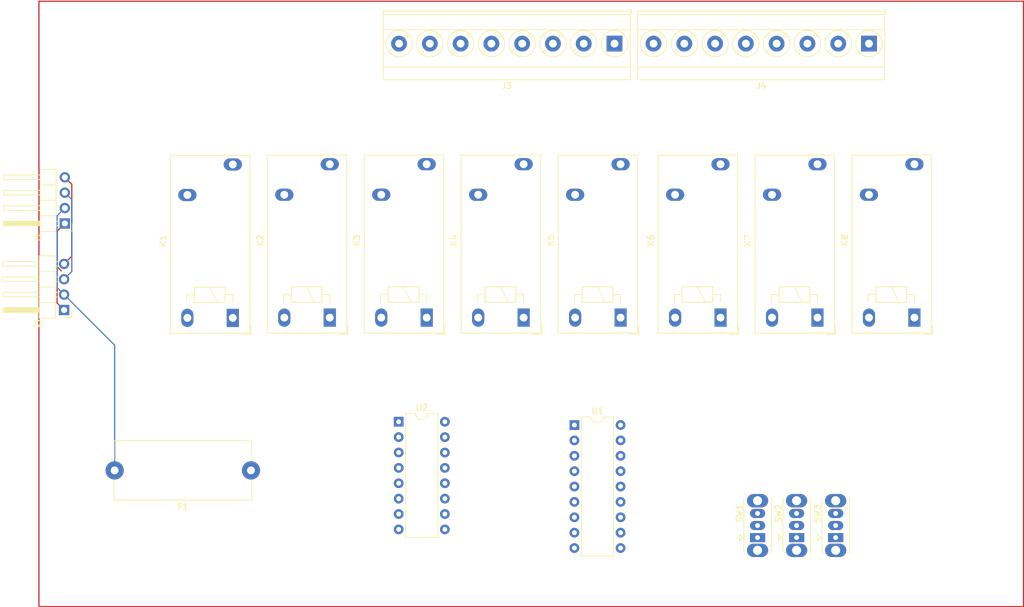
<source format=kicad_pcb>
(kicad_pcb (version 20240108) (generator "pcbnew") (generator_version "8.0")
  (layers (0 "F.Cu" signal) (31 "B.Cu" signal) (34 "B.Paste" user) (35 "F.Paste" user) (36 "B.SilkS" user "B.Silkscreen") (37 "F.SilkS" user "F.Silkscreen") (38 "B.Mask" user) (39 "F.Mask" user) (44 "Edge.Cuts" user))
  (net 0 "")
  (net 1 "Net-(U1-I2)")
  (net 2 "/K1")
  (net 3 "/K6")
  (net 4 "/K7")
  (net 5 "+5V")
  (net 6 "Net-(U1-I7)")
  (net 7 "/K4")
  (net 8 "Net-(U1-I4)")
  (net 9 "Net-(U1-I3)")
  (net 10 "/K3")
  (net 11 "/K2")
  (net 12 "/K8")
  (net 13 "Net-(U1-I8)")
  (net 14 "Net-(U1-I1)")
  (net 15 "Net-(U1-I6)")
  (net 16 "GND")
  (net 17 "/K5")
  (net 18 "Net-(U1-I5)")
  (net 20 "/A1")
  (net 21 "/A3")
  (net 22 "/A2")
  (net 23 "/SDA")
  (net 24 "/SCL")
  (net 25 "Net-(J1-Pin_2)")
  (net 26 "Net-(J3-Pin_2)")
  (net 27 "Net-(J3-Pin_4)")
  (net 28 "Net-(J3-Pin_6)")
  (net 29 "Net-(J3-Pin_8)")
  (net 30 "Net-(J4-Pin_2)")
  (net 31 "Net-(J4-Pin_4)")
  (net 32 "Net-(J4-Pin_6)")
  (net 33 "Net-(J4-Pin_8)")
  (net 34 "Net-(J3-Pin_1)")
  (net 35 "Net-(J3-Pin_3)")
  (net 36 "Net-(J3-Pin_5)")
  (net 37 "Net-(J3-Pin_7)")
  (net 38 "Net-(J4-Pin_3)")
  (net 39 "Net-(J4-Pin_7)")
  (net 40 "Net-(J4-Pin_1)")
  (net 41 "Net-(J4-Pin_5)")
  (footprint "Package_DIP:DIP-16_W7.62mm" (layer "F.Cu") (at 115.88 119.46)
    (property "Reference" "U2" (at 3.81 -2.33 0) (layer "F.SilkS"))
    (property "Value" "PCF8574")
    (fp_line (start 1.16 -1.33) (end 1.16 19.11) (stroke (width 0.12)) (layer "F.SilkS"))
    (fp_line (start 1.16 19.11) (end 6.46 19.11) (stroke (width 0.12)) (layer "F.SilkS"))
    (fp_line (start 2.81 -1.33) (end 1.16 -1.33) (stroke (width 0.12)) (layer "F.SilkS"))
    (fp_line (start 6.46 -1.33) (end 4.81 -1.33) (stroke (width 0.12)) (layer "F.SilkS"))
    (fp_line (start 6.46 19.11) (end 6.46 -1.33) (stroke (width 0.12)) (layer "F.SilkS"))
    (fp_arc (start 4.81 -1.33) (mid 3.81 -0.33) (end 2.81 -1.33) (stroke (width 0.12)) (layer "F.SilkS"))
    (pad "1" thru_hole rect (at 0 0) (size 1.6 1.6) (drill 0.8) (layers "*.Cu" "*.Mask") (net 20 "/A1"))
    (pad "2" thru_hole oval (at 0 2.54) (size 1.6 1.6) (drill 0.8) (layers "*.Cu" "*.Mask") (net 22 "/A2"))
    (pad "3" thru_hole oval (at 0 5.08) (size 1.6 1.6) (drill 0.8) (layers "*.Cu" "*.Mask") (net 21 "/A3"))
    (pad "4" thru_hole oval (at 0 7.62) (size 1.6 1.6) (drill 0.8) (layers "*.Cu" "*.Mask") (net 14 "Net-(U1-I1)"))
    (pad "5" thru_hole oval (at 0 10.16) (size 1.6 1.6) (drill 0.8) (layers "*.Cu" "*.Mask") (net 1 "Net-(U1-I2)"))
    (pad "6" thru_hole oval (at 0 12.7) (size 1.6 1.6) (drill 0.8) (layers "*.Cu" "*.Mask") (net 9 "Net-(U1-I3)"))
    (pad "7" thru_hole oval (at 0 15.24) (size 1.6 1.6) (drill 0.8) (layers "*.Cu" "*.Mask") (net 8 "Net-(U1-I4)"))
    (pad "8" thru_hole oval (at 0 17.78) (size 1.6 1.6) (drill 0.8) (layers "*.Cu" "*.Mask") (net 16 "GND"))
    (pad "9" thru_hole oval (at 7.62 17.78) (size 1.6 1.6) (drill 0.8) (layers "*.Cu" "*.Mask") (net 18 "Net-(U1-I5)"))
    (pad "10" thru_hole oval (at 7.62 15.24) (size 1.6 1.6) (drill 0.8) (layers "*.Cu" "*.Mask") (net 15 "Net-(U1-I6)"))
    (pad "11" thru_hole oval (at 7.62 12.7) (size 1.6 1.6) (drill 0.8) (layers "*.Cu" "*.Mask") (net 6 "Net-(U1-I7)"))
    (pad "12" thru_hole oval (at 7.62 10.16) (size 1.6 1.6) (drill 0.8) (layers "*.Cu" "*.Mask") (net 13 "Net-(U1-I8)"))
    (pad "13" thru_hole oval (at 7.62 7.62) (size 1.6 1.6) (drill 0.8) (layers "*.Cu" "*.Mask"))
    (pad "14" thru_hole oval (at 7.62 5.08) (size 1.6 1.6) (drill 0.8) (layers "*.Cu" "*.Mask") (net 24 "/SCL"))
    (pad "15" thru_hole oval (at 7.62 2.54) (size 1.6 1.6) (drill 0.8) (layers "*.Cu" "*.Mask") (net 23 "/SDA"))
    (pad "16" thru_hole oval (at 7.62 0) (size 1.6 1.6) (drill 0.8) (layers "*.Cu" "*.Mask") (net 5 "+5V"))
  )
  (footprint "Relay_THT:Relay_SPST_Schrack-RT1-FormA_RM5mm" (layer "F.Cu") (at 152.5 102.26 90)
    (property "Reference" "K5" (at 12.75 -11.5 -90) (layer "F.SilkS"))
    (property "Value" "Relay_SPST-NO")
    (fp_line (start 26.85 -10.3) (end -2.55 -10.3) (stroke (width 0.12)) (layer "F.SilkS"))
    (fp_line (start -2.55 -10.3) (end -2.55 2.8) (stroke (width 0.12)) (layer "F.SilkS"))
    (fp_line (start 3.81 -7.62) (end 2.54 -7.62) (stroke (width 0.12)) (layer "F.SilkS"))
    (fp_line (start 5.08 -6.35) (end 2.54 -6.35) (stroke (width 0.12)) (layer "F.SilkS"))
    (fp_line (start 3.81 -6.35) (end 3.81 -7.62) (stroke (width 0.12)) (layer "F.SilkS"))
    (fp_line (start 2.54 -6.35) (end 2.54 -1.27) (stroke (width 0.12)) (layer "F.SilkS"))
    (fp_line (start 2.54 -2.54) (end 5.08 -3.81) (stroke (width 0.1)) (layer "F.SilkS"))
    (fp_line (start 5.08 -1.27) (end 5.08 -6.35) (stroke (width 0.12)) (layer "F.SilkS"))
    (fp_line (start 3.81 -1.27) (end 5.08 -1.27) (stroke (width 0.12)) (layer "F.SilkS"))
    (fp_line (start 2.54 -1.27) (end 3.81 -1.27) (stroke (width 0.12)) (layer "F.SilkS"))
    (fp_line (start 3.81 0) (end 3.81 -1.27) (stroke (width 0.12)) (layer "F.SilkS"))
    (fp_line (start 2.54 0) (end 3.81 0) (stroke (width 0.12)) (layer "F.SilkS"))
    (fp_line (start -2.75 1.5) (end -2.75 3) (stroke (width 0.12)) (layer "F.SilkS"))
    (fp_line (start 26.85 2.8) (end 26.85 -10.3) (stroke (width 0.12)) (layer "F.SilkS"))
    (fp_line (start -2.55 2.8) (end 26.85 2.8) (stroke (width 0.12)) (layer "F.SilkS"))
    (fp_line (start -2.75 3) (end -1.25 3) (stroke (width 0.12)) (layer "F.SilkS"))
    (pad "11" thru_hole oval (at 20.3 -7.5 270) (size 2 3) (drill 1.3) (layers "*.Cu" "*.Mask"))
    (pad "14" thru_hole oval (at 25.34 0 270) (size 2 3) (drill 1.3) (layers "*.Cu" "*.Mask") (net 30 "Net-(J4-Pin_2)"))
    (pad "A1" thru_hole rect (at 0 0 270) (size 3 2) (drill 1.3) (layers "*.Cu" "*.Mask") (net 17 "/K5"))
    (pad "A2" thru_hole oval (at 0 -7.5 270) (size 3 2) (drill 1.3) (layers "*.Cu" "*.Mask") (net 16 "GND"))
  )
  (footprint "Package_DIP:DIP-18_W7.62mm" (layer "F.Cu") (at 144.88 120)
    (property "Reference" "U1" (at 3.81 -2.33 0) (layer "F.SilkS"))
    (property "Value" "ULN2803A")
    (fp_line (start 1.16 -1.33) (end 1.16 21.65) (stroke (width 0.12)) (layer "F.SilkS"))
    (fp_line (start 1.16 21.65) (end 6.46 21.65) (stroke (width 0.12)) (layer "F.SilkS"))
    (fp_line (start 2.81 -1.33) (end 1.16 -1.33) (stroke (width 0.12)) (layer "F.SilkS"))
    (fp_line (start 6.46 -1.33) (end 4.81 -1.33) (stroke (width 0.12)) (layer "F.SilkS"))
    (fp_line (start 6.46 21.65) (end 6.46 -1.33) (stroke (width 0.12)) (layer "F.SilkS"))
    (fp_arc (start 4.81 -1.33) (mid 3.81 -0.33) (end 2.81 -1.33) (stroke (width 0.12)) (layer "F.SilkS"))
    (pad "1" thru_hole rect (at 0 0) (size 1.6 1.6) (drill 0.8) (layers "*.Cu" "*.Mask") (net 14 "Net-(U1-I1)"))
    (pad "2" thru_hole oval (at 0 2.54) (size 1.6 1.6) (drill 0.8) (layers "*.Cu" "*.Mask") (net 1 "Net-(U1-I2)"))
    (pad "3" thru_hole oval (at 0 5.08) (size 1.6 1.6) (drill 0.8) (layers "*.Cu" "*.Mask") (net 9 "Net-(U1-I3)"))
    (pad "4" thru_hole oval (at 0 7.62) (size 1.6 1.6) (drill 0.8) (layers "*.Cu" "*.Mask") (net 8 "Net-(U1-I4)"))
    (pad "5" thru_hole oval (at 0 10.16) (size 1.6 1.6) (drill 0.8) (layers "*.Cu" "*.Mask") (net 18 "Net-(U1-I5)"))
    (pad "6" thru_hole oval (at 0 12.7) (size 1.6 1.6) (drill 0.8) (layers "*.Cu" "*.Mask") (net 15 "Net-(U1-I6)"))
    (pad "7" thru_hole oval (at 0 15.24) (size 1.6 1.6) (drill 0.8) (layers "*.Cu" "*.Mask") (net 6 "Net-(U1-I7)"))
    (pad "8" thru_hole oval (at 0 17.78) (size 1.6 1.6) (drill 0.8) (layers "*.Cu" "*.Mask") (net 13 "Net-(U1-I8)"))
    (pad "9" thru_hole oval (at 0 20.32) (size 1.6 1.6) (drill 0.8) (layers "*.Cu" "*.Mask") (net 16 "GND"))
    (pad "10" thru_hole oval (at 7.62 20.32) (size 1.6 1.6) (drill 0.8) (layers "*.Cu" "*.Mask") (net 5 "+5V"))
    (pad "11" thru_hole oval (at 7.62 17.78) (size 1.6 1.6) (drill 0.8) (layers "*.Cu" "*.Mask") (net 12 "/K8"))
    (pad "12" thru_hole oval (at 7.62 15.24) (size 1.6 1.6) (drill 0.8) (layers "*.Cu" "*.Mask") (net 4 "/K7"))
    (pad "13" thru_hole oval (at 7.62 12.7) (size 1.6 1.6) (drill 0.8) (layers "*.Cu" "*.Mask") (net 3 "/K6"))
    (pad "14" thru_hole oval (at 7.62 10.16) (size 1.6 1.6) (drill 0.8) (layers "*.Cu" "*.Mask") (net 17 "/K5"))
    (pad "15" thru_hole oval (at 7.62 7.62) (size 1.6 1.6) (drill 0.8) (layers "*.Cu" "*.Mask") (net 7 "/K4"))
    (pad "16" thru_hole oval (at 7.62 5.08) (size 1.6 1.6) (drill 0.8) (layers "*.Cu" "*.Mask") (net 10 "/K3"))
    (pad "17" thru_hole oval (at 7.62 2.54) (size 1.6 1.6) (drill 0.8) (layers "*.Cu" "*.Mask") (net 11 "/K2"))
    (pad "18" thru_hole oval (at 7.62 0) (size 1.6 1.6) (drill 0.8) (layers "*.Cu" "*.Mask") (net 2 "/K1"))
  )
  (footprint "Relay_THT:Relay_SPST_Schrack-RT1-FormA_RM5mm" (layer "F.Cu") (at 169 102.26 90)
    (property "Reference" "K6" (at 12.75 -11.5 -90) (layer "F.SilkS"))
    (property "Value" "Relay_SPST-NO")
    (fp_line (start 26.85 -10.3) (end -2.55 -10.3) (stroke (width 0.12)) (layer "F.SilkS"))
    (fp_line (start -2.55 -10.3) (end -2.55 2.8) (stroke (width 0.12)) (layer "F.SilkS"))
    (fp_line (start 3.81 -7.62) (end 2.54 -7.62) (stroke (width 0.12)) (layer "F.SilkS"))
    (fp_line (start 5.08 -6.35) (end 2.54 -6.35) (stroke (width 0.12)) (layer "F.SilkS"))
    (fp_line (start 3.81 -6.35) (end 3.81 -7.62) (stroke (width 0.12)) (layer "F.SilkS"))
    (fp_line (start 2.54 -6.35) (end 2.54 -1.27) (stroke (width 0.12)) (layer "F.SilkS"))
    (fp_line (start 2.54 -2.54) (end 5.08 -3.81) (stroke (width 0.1)) (layer "F.SilkS"))
    (fp_line (start 5.08 -1.27) (end 5.08 -6.35) (stroke (width 0.12)) (layer "F.SilkS"))
    (fp_line (start 3.81 -1.27) (end 5.08 -1.27) (stroke (width 0.12)) (layer "F.SilkS"))
    (fp_line (start 2.54 -1.27) (end 3.81 -1.27) (stroke (width 0.12)) (layer "F.SilkS"))
    (fp_line (start 3.81 0) (end 3.81 -1.27) (stroke (width 0.12)) (layer "F.SilkS"))
    (fp_line (start 2.54 0) (end 3.81 0) (stroke (width 0.12)) (layer "F.SilkS"))
    (fp_line (start -2.75 1.5) (end -2.75 3) (stroke (width 0.12)) (layer "F.SilkS"))
    (fp_line (start 26.85 2.8) (end 26.85 -10.3) (stroke (width 0.12)) (layer "F.SilkS"))
    (fp_line (start -2.55 2.8) (end 26.85 2.8) (stroke (width 0.12)) (layer "F.SilkS"))
    (fp_line (start -2.75 3) (end -1.25 3) (stroke (width 0.12)) (layer "F.SilkS"))
    (pad "11" thru_hole oval (at 20.3 -7.5 270) (size 2 3) (drill 1.3) (layers "*.Cu" "*.Mask"))
    (pad "14" thru_hole oval (at 25.34 0 270) (size 2 3) (drill 1.3) (layers "*.Cu" "*.Mask") (net 31 "Net-(J4-Pin_4)"))
    (pad "A1" thru_hole rect (at 0 0 270) (size 3 2) (drill 1.3) (layers "*.Cu" "*.Mask") (net 3 "/K6"))
    (pad "A2" thru_hole oval (at 0 -7.5 270) (size 3 2) (drill 1.3) (layers "*.Cu" "*.Mask") (net 16 "GND"))
  )
  (footprint "Relay_THT:Relay_SPST_Schrack-RT1-FormA_RM5mm" (layer "F.Cu") (at 136.5 102.26 90)
    (property "Reference" "K4" (at 12.75 -11.5 -90) (layer "F.SilkS"))
    (property "Value" "Relay_SPST-NO")
    (fp_line (start 26.85 -10.3) (end -2.55 -10.3) (stroke (width 0.12)) (layer "F.SilkS"))
    (fp_line (start -2.55 -10.3) (end -2.55 2.8) (stroke (width 0.12)) (layer "F.SilkS"))
    (fp_line (start 3.81 -7.62) (end 2.54 -7.62) (stroke (width 0.12)) (layer "F.SilkS"))
    (fp_line (start 5.08 -6.35) (end 2.54 -6.35) (stroke (width 0.12)) (layer "F.SilkS"))
    (fp_line (start 3.81 -6.35) (end 3.81 -7.62) (stroke (width 0.12)) (layer "F.SilkS"))
    (fp_line (start 2.54 -6.35) (end 2.54 -1.27) (stroke (width 0.12)) (layer "F.SilkS"))
    (fp_line (start 2.54 -2.54) (end 5.08 -3.81) (stroke (width 0.1)) (layer "F.SilkS"))
    (fp_line (start 5.08 -1.27) (end 5.08 -6.35) (stroke (width 0.12)) (layer "F.SilkS"))
    (fp_line (start 3.81 -1.27) (end 5.08 -1.27) (stroke (width 0.12)) (layer "F.SilkS"))
    (fp_line (start 2.54 -1.27) (end 3.81 -1.27) (stroke (width 0.12)) (layer "F.SilkS"))
    (fp_line (start 3.81 0) (end 3.81 -1.27) (stroke (width 0.12)) (layer "F.SilkS"))
    (fp_line (start 2.54 0) (end 3.81 0) (stroke (width 0.12)) (layer "F.SilkS"))
    (fp_line (start -2.75 1.5) (end -2.75 3) (stroke (width 0.12)) (layer "F.SilkS"))
    (fp_line (start 26.85 2.8) (end 26.85 -10.3) (stroke (width 0.12)) (layer "F.SilkS"))
    (fp_line (start -2.55 2.8) (end 26.85 2.8) (stroke (width 0.12)) (layer "F.SilkS"))
    (fp_line (start -2.75 3) (end -1.25 3) (stroke (width 0.12)) (layer "F.SilkS"))
    (pad "11" thru_hole oval (at 20.3 -7.5 270) (size 2 3) (drill 1.3) (layers "*.Cu" "*.Mask"))
    (pad "14" thru_hole oval (at 25.34 0 270) (size 2 3) (drill 1.3) (layers "*.Cu" "*.Mask") (net 29 "Net-(J3-Pin_8)"))
    (pad "A1" thru_hole rect (at 0 0 270) (size 3 2) (drill 1.3) (layers "*.Cu" "*.Mask") (net 7 "/K4"))
    (pad "A2" thru_hole oval (at 0 -7.5 270) (size 3 2) (drill 1.3) (layers "*.Cu" "*.Mask") (net 16 "GND"))
  )
  (footprint "Button_Switch_THT:SW_Slide_SPDT_Straight_CK_OS102011MS2Q" (layer "F.Cu") (at 181.555 138.6 90)
    (property "Reference" "SW2" (at 3.99 -2.99 -90) (layer "F.SilkS"))
    (property "Value" "SW_SPDT")
    (fp_line (start 0.5 -2.96) (end -0.5 -2.96) (stroke (width 0.12)) (layer "F.SilkS"))
    (fp_line (start -0.5 -2.96) (end 0 -2.46) (stroke (width 0.12)) (layer "F.SilkS"))
    (fp_line (start 0 -2.46) (end 0.5 -2.96) (stroke (width 0.12)) (layer "F.SilkS"))
    (fp_line (start 6.41 -2.26) (end 6.41 -1.95) (stroke (width 0.12)) (layer "F.SilkS"))
    (fp_line (start -2.41 -2.26) (end 6.41 -2.26) (stroke (width 0.12)) (layer "F.SilkS"))
    (fp_line (start -2.41 -1.95) (end -2.41 -2.26) (stroke (width 0.12)) (layer "F.SilkS"))
    (fp_line (start 6.41 2.26) (end 6.41 1.95) (stroke (width 0.12)) (layer "F.SilkS"))
    (fp_line (start 6.41 2.26) (end -2.41 2.26) (stroke (width 0.12)) (layer "F.SilkS"))
    (fp_line (start -2.41 2.26) (end -2.41 1.95) (stroke (width 0.12)) (layer "F.SilkS"))
    (pad "" thru_hole oval (at -2.1 0 90) (size 2.2 3.5) (drill 1.5) (layers "*.Cu" "*.Mask"))
    (pad "" thru_hole oval (at 6.1 0 90) (size 2.2 3.5) (drill 1.5) (layers "*.Cu" "*.Mask"))
    (pad "1" thru_hole rect (at 0 0 90) (size 1.5 2.5) (drill 0.8) (layers "*.Cu" "*.Mask") (net 16 "GND"))
    (pad "2" thru_hole oval (at 2 0 90) (size 1.5 2.5) (drill 0.8) (layers "*.Cu" "*.Mask") (net 22 "/A2"))
    (pad "3" thru_hole oval (at 4 0 90) (size 1.5 2.5) (drill 0.8) (layers "*.Cu" "*.Mask") (net 5 "+5V"))
  )
  (footprint "Relay_THT:Relay_SPST_Schrack-RT1-FormA_RM5mm" (layer "F.Cu") (at 185 102.26 90)
    (property "Reference" "K7" (at 12.75 -11.5 -90) (layer "F.SilkS"))
    (property "Value" "Relay_SPST-NO")
    (fp_line (start 26.85 -10.3) (end -2.55 -10.3) (stroke (width 0.12)) (layer "F.SilkS"))
    (fp_line (start -2.55 -10.3) (end -2.55 2.8) (stroke (width 0.12)) (layer "F.SilkS"))
    (fp_line (start 3.81 -7.62) (end 2.54 -7.62) (stroke (width 0.12)) (layer "F.SilkS"))
    (fp_line (start 5.08 -6.35) (end 2.54 -6.35) (stroke (width 0.12)) (layer "F.SilkS"))
    (fp_line (start 3.81 -6.35) (end 3.81 -7.62) (stroke (width 0.12)) (layer "F.SilkS"))
    (fp_line (start 2.54 -6.35) (end 2.54 -1.27) (stroke (width 0.12)) (layer "F.SilkS"))
    (fp_line (start 2.54 -2.54) (end 5.08 -3.81) (stroke (width 0.1)) (layer "F.SilkS"))
    (fp_line (start 5.08 -1.27) (end 5.08 -6.35) (stroke (width 0.12)) (layer "F.SilkS"))
    (fp_line (start 3.81 -1.27) (end 5.08 -1.27) (stroke (width 0.12)) (layer "F.SilkS"))
    (fp_line (start 2.54 -1.27) (end 3.81 -1.27) (stroke (width 0.12)) (layer "F.SilkS"))
    (fp_line (start 3.81 0) (end 3.81 -1.27) (stroke (width 0.12)) (layer "F.SilkS"))
    (fp_line (start 2.54 0) (end 3.81 0) (stroke (width 0.12)) (layer "F.SilkS"))
    (fp_line (start -2.75 1.5) (end -2.75 3) (stroke (width 0.12)) (layer "F.SilkS"))
    (fp_line (start 26.85 2.8) (end 26.85 -10.3) (stroke (width 0.12)) (layer "F.SilkS"))
    (fp_line (start -2.55 2.8) (end 26.85 2.8) (stroke (width 0.12)) (layer "F.SilkS"))
    (fp_line (start -2.75 3) (end -1.25 3) (stroke (width 0.12)) (layer "F.SilkS"))
    (pad "11" thru_hole oval (at 20.3 -7.5 270) (size 2 3) (drill 1.3) (layers "*.Cu" "*.Mask"))
    (pad "14" thru_hole oval (at 25.34 0 270) (size 2 3) (drill 1.3) (layers "*.Cu" "*.Mask") (net 32 "Net-(J4-Pin_6)"))
    (pad "A1" thru_hole rect (at 0 0 270) (size 3 2) (drill 1.3) (layers "*.Cu" "*.Mask") (net 4 "/K7"))
    (pad "A2" thru_hole oval (at 0 -7.5 270) (size 3 2) (drill 1.3) (layers "*.Cu" "*.Mask") (net 16 "GND"))
  )
  (footprint "Relay_THT:Relay_SPST_Schrack-RT1-FormA_RM5mm" (layer "F.Cu") (at 88.5 102.3 90)
    (property "Reference" "K1" (at 12.75 -11.5 -90) (layer "F.SilkS"))
    (property "Value" "Relay_SPST-NO")
    (fp_line (start 26.85 -10.3) (end -2.55 -10.3) (stroke (width 0.12)) (layer "F.SilkS"))
    (fp_line (start -2.55 -10.3) (end -2.55 2.8) (stroke (width 0.12)) (layer "F.SilkS"))
    (fp_line (start 3.81 -7.62) (end 2.54 -7.62) (stroke (width 0.12)) (layer "F.SilkS"))
    (fp_line (start 5.08 -6.35) (end 2.54 -6.35) (stroke (width 0.12)) (layer "F.SilkS"))
    (fp_line (start 3.81 -6.35) (end 3.81 -7.62) (stroke (width 0.12)) (layer "F.SilkS"))
    (fp_line (start 2.54 -6.35) (end 2.54 -1.27) (stroke (width 0.12)) (layer "F.SilkS"))
    (fp_line (start 2.54 -2.54) (end 5.08 -3.81) (stroke (width 0.1)) (layer "F.SilkS"))
    (fp_line (start 5.08 -1.27) (end 5.08 -6.35) (stroke (width 0.12)) (layer "F.SilkS"))
    (fp_line (start 3.81 -1.27) (end 5.08 -1.27) (stroke (width 0.12)) (layer "F.SilkS"))
    (fp_line (start 2.54 -1.27) (end 3.81 -1.27) (stroke (width 0.12)) (layer "F.SilkS"))
    (fp_line (start 3.81 0) (end 3.81 -1.27) (stroke (width 0.12)) (layer "F.SilkS"))
    (fp_line (start 2.54 0) (end 3.81 0) (stroke (width 0.12)) (layer "F.SilkS"))
    (fp_line (start -2.75 1.5) (end -2.75 3) (stroke (width 0.12)) (layer "F.SilkS"))
    (fp_line (start 26.85 2.8) (end 26.85 -10.3) (stroke (width 0.12)) (layer "F.SilkS"))
    (fp_line (start -2.55 2.8) (end 26.85 2.8) (stroke (width 0.12)) (layer "F.SilkS"))
    (fp_line (start -2.75 3) (end -1.25 3) (stroke (width 0.12)) (layer "F.SilkS"))
    (pad "11" thru_hole oval (at 20.3 -7.5 270) (size 2 3) (drill 1.3) (layers "*.Cu" "*.Mask"))
    (pad "14" thru_hole oval (at 25.34 0 270) (size 2 3) (drill 1.3) (layers "*.Cu" "*.Mask") (net 26 "Net-(J3-Pin_2)"))
    (pad "A1" thru_hole rect (at 0 0 270) (size 3 2) (drill 1.3) (layers "*.Cu" "*.Mask") (net 2 "/K1"))
    (pad "A2" thru_hole oval (at 0 -7.5 270) (size 3 2) (drill 1.3) (layers "*.Cu" "*.Mask") (net 16 "GND"))
  )
  (footprint "Fuse:Fuseholder_Cylinder-5x20mm_Schurter_0031_8201_Horizontal_Open" (layer "F.Cu") (at 91.5 127.5 180)
    (property "Reference" "F1" (at 11.25 -6 180) (layer "F.SilkS"))
    (property "Value" "Fuse")
    (fp_line (start 22.61 4.91) (end 22.61 1.75) (stroke (width 0.12)) (layer "F.SilkS"))
    (fp_line (start 22.61 -1.75) (end 22.61 -4.91) (stroke (width 0.12)) (layer "F.SilkS"))
    (fp_line (start -0.11 4.91) (end 22.61 4.91) (stroke (width 0.12)) (layer "F.SilkS"))
    (fp_line (start -0.11 4.91) (end -0.11 1.75) (stroke (width 0.12)) (layer "F.SilkS"))
    (fp_line (start -0.11 -1.75) (end -0.11 -4.91) (stroke (width 0.12)) (layer "F.SilkS"))
    (fp_line (start -0.11 -4.91) (end 22.61 -4.91) (stroke (width 0.12)) (layer "F.SilkS"))
    (pad "" np_thru_hole circle (at 11.25 0 180) (size 2.7 2.7) (drill 2.7) (layers "*.Cu" "*.Mask"))
    (pad "1" thru_hole circle (at 0 0 180) (size 3 3) (drill 1.3) (layers "*.Cu" "*.Mask") (net 5 "+5V"))
    (pad "2" thru_hole circle (at 22.5 0 180) (size 3 3) (drill 1.3) (layers "*.Cu" "*.Mask") (net 25 "Net-(J1-Pin_2)"))
  )
  (footprint "Button_Switch_THT:SW_Slide_SPDT_Straight_CK_OS102011MS2Q" (layer "F.Cu") (at 188 138.6 90)
    (property "Reference" "SW3" (at 3.99 -2.99 -90) (layer "F.SilkS"))
    (property "Value" "SW_SPDT")
    (fp_line (start 0.5 -2.96) (end -0.5 -2.96) (stroke (width 0.12)) (layer "F.SilkS"))
    (fp_line (start -0.5 -2.96) (end 0 -2.46) (stroke (width 0.12)) (layer "F.SilkS"))
    (fp_line (start 0 -2.46) (end 0.5 -2.96) (stroke (width 0.12)) (layer "F.SilkS"))
    (fp_line (start 6.41 -2.26) (end 6.41 -1.95) (stroke (width 0.12)) (layer "F.SilkS"))
    (fp_line (start -2.41 -2.26) (end 6.41 -2.26) (stroke (width 0.12)) (layer "F.SilkS"))
    (fp_line (start -2.41 -1.95) (end -2.41 -2.26) (stroke (width 0.12)) (layer "F.SilkS"))
    (fp_line (start 6.41 2.26) (end 6.41 1.95) (stroke (width 0.12)) (layer "F.SilkS"))
    (fp_line (start 6.41 2.26) (end -2.41 2.26) (stroke (width 0.12)) (layer "F.SilkS"))
    (fp_line (start -2.41 2.26) (end -2.41 1.95) (stroke (width 0.12)) (layer "F.SilkS"))
    (pad "" thru_hole oval (at -2.1 0 90) (size 2.2 3.5) (drill 1.5) (layers "*.Cu" "*.Mask"))
    (pad "" thru_hole oval (at 6.1 0 90) (size 2.2 3.5) (drill 1.5) (layers "*.Cu" "*.Mask"))
    (pad "1" thru_hole rect (at 0 0 90) (size 1.5 2.5) (drill 0.8) (layers "*.Cu" "*.Mask") (net 16 "GND"))
    (pad "2" thru_hole oval (at 2 0 90) (size 1.5 2.5) (drill 0.8) (layers "*.Cu" "*.Mask") (net 21 "/A3"))
    (pad "3" thru_hole oval (at 4 0 90) (size 1.5 2.5) (drill 0.8) (layers "*.Cu" "*.Mask") (net 5 "+5V"))
  )
  (footprint "Button_Switch_THT:SW_Slide_SPDT_Straight_CK_OS102011MS2Q" (layer "F.Cu") (at 175.11 138.6 90)
    (property "Reference" "SW1" (at 3.99 -2.99 -90) (layer "F.SilkS"))
    (property "Value" "SW_SPDT")
    (fp_line (start 0.5 -2.96) (end -0.5 -2.96) (stroke (width 0.12)) (layer "F.SilkS"))
    (fp_line (start -0.5 -2.96) (end 0 -2.46) (stroke (width 0.12)) (layer "F.SilkS"))
    (fp_line (start 0 -2.46) (end 0.5 -2.96) (stroke (width 0.12)) (layer "F.SilkS"))
    (fp_line (start 6.41 -2.26) (end 6.41 -1.95) (stroke (width 0.12)) (layer "F.SilkS"))
    (fp_line (start -2.41 -2.26) (end 6.41 -2.26) (stroke (width 0.12)) (layer "F.SilkS"))
    (fp_line (start -2.41 -1.95) (end -2.41 -2.26) (stroke (width 0.12)) (layer "F.SilkS"))
    (fp_line (start 6.41 2.26) (end 6.41 1.95) (stroke (width 0.12)) (layer "F.SilkS"))
    (fp_line (start 6.41 2.26) (end -2.41 2.26) (stroke (width 0.12)) (layer "F.SilkS"))
    (fp_line (start -2.41 2.26) (end -2.41 1.95) (stroke (width 0.12)) (layer "F.SilkS"))
    (pad "" thru_hole oval (at -2.1 0 90) (size 2.2 3.5) (drill 1.5) (layers "*.Cu" "*.Mask"))
    (pad "" thru_hole oval (at 6.1 0 90) (size 2.2 3.5) (drill 1.5) (layers "*.Cu" "*.Mask"))
    (pad "1" thru_hole rect (at 0 0 90) (size 1.5 2.5) (drill 0.8) (layers "*.Cu" "*.Mask") (net 16 "GND"))
    (pad "2" thru_hole oval (at 2 0 90) (size 1.5 2.5) (drill 0.8) (layers "*.Cu" "*.Mask") (net 20 "/A1"))
    (pad "3" thru_hole oval (at 4 0 90) (size 1.5 2.5) (drill 0.8) (layers "*.Cu" "*.Mask") (net 5 "+5V"))
  )
  (footprint "TerminalBlock_Phoenix:TerminalBlock_Phoenix_MKDS-3-8-5.08_1x08_P5.08mm_Horizontal" (layer "F.Cu") (at 151.5 57 180)
    (property "Reference" "J3" (at 17.78 -6.96 180) (layer "F.SilkS"))
    (property "Value" "Conn_01x08")
    (fp_line (start 38.16 -5.96) (end 38.16 5.36) (stroke (width 0.12)) (layer "F.SilkS"))
    (fp_line (start 37.214 -1.388) (end 36.819 -0.992) (stroke (width 0.12)) (layer "F.SilkS"))
    (fp_line (start 36.948 -1.654) (end 36.568 -1.274) (stroke (width 0.12)) (layer "F.SilkS"))
    (fp_line (start 34.553 1.274) (end 34.173 1.654) (stroke (width 0.12)) (layer "F.SilkS"))
    (fp_line (start 34.302 0.992) (end 33.907 1.388) (stroke (width 0.12)) (layer "F.SilkS"))
    (fp_line (start 32.134 -1.388) (end 31.739 -0.992) (stroke (width 0.12)) (layer "F.SilkS"))
    (fp_line (start 31.868 -1.654) (end 31.488 -1.274) (stroke (width 0.12)) (layer "F.SilkS"))
    (fp_line (start 29.473 1.274) (end 29.093 1.654) (stroke (width 0.12)) (layer "F.SilkS"))
    (fp_line (start 29.222 0.992) (end 28.827 1.388) (stroke (width 0.12)) (layer "F.SilkS"))
    (fp_line (start 27.054 -1.388) (end 26.659 -0.992) (stroke (width 0.12)) (layer "F.SilkS"))
    (fp_line (start 26.788 -1.654) (end 26.408 -1.274) (stroke (width 0.12)) (layer "F.SilkS"))
    (fp_line (start 24.393 1.274) (end 24.013 1.654) (stroke (width 0.12)) (layer "F.SilkS"))
    (fp_line (start 24.142 0.992) (end 23.747 1.388) (stroke (width 0.12)) (layer "F.SilkS"))
    (fp_line (start 21.974 -1.388) (end 21.579 -0.992) (stroke (width 0.12)) (layer "F.SilkS"))
    (fp_line (start 21.708 -1.654) (end 21.328 -1.274) (stroke (width 0.12)) (layer "F.SilkS"))
    (fp_line (start 19.313 1.274) (end 18.933 1.654) (stroke (width 0.12)) (layer "F.SilkS"))
    (fp_line (start 19.062 0.992) (end 18.667 1.388) (stroke (width 0.12)) (layer "F.SilkS"))
    (fp_line (start 16.894 -1.388) (end 16.499 -0.992) (stroke (width 0.12)) (layer "F.SilkS"))
    (fp_line (start 16.628 -1.654) (end 16.248 -1.274) (stroke (width 0.12)) (layer "F.SilkS"))
    (fp_line (start 14.233 1.274) (end 13.853 1.654) (stroke (width 0.12)) (layer "F.SilkS"))
    (fp_line (start 13.982 0.992) (end 13.587 1.388) (stroke (width 0.12)) (layer "F.SilkS"))
    (fp_line (start 11.814 -1.388) (end 11.419 -0.992) (stroke (width 0.12)) (layer "F.SilkS"))
    (fp_line (start 11.548 -1.654) (end 11.168 -1.274) (stroke (width 0.12)) (layer "F.SilkS"))
    (fp_line (start 9.153 1.274) (end 8.773 1.654) (stroke (width 0.12)) (layer "F.SilkS"))
    (fp_line (start 8.902 0.992) (end 8.507 1.388) (stroke (width 0.12)) (layer "F.SilkS"))
    (fp_line (start 6.734 -1.388) (end 6.339 -0.992) (stroke (width 0.12)) (layer "F.SilkS"))
    (fp_line (start 6.468 -1.654) (end 6.088 -1.274) (stroke (width 0.12)) (layer "F.SilkS"))
    (fp_line (start 4.073 1.274) (end 3.693 1.654) (stroke (width 0.12)) (layer "F.SilkS"))
    (fp_line (start 3.822 0.992) (end 3.427 1.388) (stroke (width 0.12)) (layer "F.SilkS"))
    (fp_line (start 1.654 -1.388) (end 1.547 -1.281) (stroke (width 0.12)) (layer "F.SilkS"))
    (fp_line (start 1.388 -1.654) (end 1.281 -1.547) (stroke (width 0.12)) (layer "F.SilkS"))
    (fp_line (start -1.282 1.547) (end -1.388 1.654) (stroke (width 0.12)) (layer "F.SilkS"))
    (fp_line (start -1.548 1.281) (end -1.654 1.388) (stroke (width 0.12)) (layer "F.SilkS"))
    (fp_line (start -2.6 5.36) (end 38.16 5.36) (stroke (width 0.12)) (layer "F.SilkS"))
    (fp_line (start -2.6 4.8) (end 38.16 4.8) (stroke (width 0.12)) (layer "F.SilkS"))
    (fp_line (start -2.6 2.3) (end 38.16 2.3) (stroke (width 0.12)) (layer "F.SilkS"))
    (fp_line (start -2.6 -3.9) (end 38.16 -3.9) (stroke (width 0.12)) (layer "F.SilkS"))
    (fp_line (start -2.6 -5.96) (end 38.16 -5.96) (stroke (width 0.12)) (layer "F.SilkS"))
    (fp_line (start -2.6 -5.96) (end -2.6 5.36) (stroke (width 0.12)) (layer "F.SilkS"))
    (fp_line (start -2.84 5.6) (end -2.34 5.6) (stroke (width 0.12)) (layer "F.SilkS"))
    (fp_line (start -2.84 4.86) (end -2.84 5.6) (stroke (width 0.12)) (layer "F.SilkS"))
    (fp_circle (center 35.56 0) (end 37.74 0) (stroke (width 0.12)) (fill none) (layer "F.SilkS"))
    (fp_circle (center 30.48 0) (end 32.66 0) (stroke (width 0.12)) (fill none) (layer "F.SilkS"))
    (fp_circle (center 25.4 0) (end 27.58 0) (stroke (width 0.12)) (fill none) (layer "F.SilkS"))
    (fp_circle (center 20.32 0) (end 22.5 0) (stroke (width 0.12)) (fill none) (layer "F.SilkS"))
    (fp_circle (center 15.24 0) (end 17.42 0) (stroke (width 0.12)) (fill none) (layer "F.SilkS"))
    (fp_circle (center 10.16 0) (end 12.34 0) (stroke (width 0.12)) (fill none) (layer "F.SilkS"))
    (fp_circle (center 5.08 0) (end 7.26 0) (stroke (width 0.12)) (fill none) (layer "F.SilkS"))
    (fp_circle (center 0 0) (end 2.18 0) (stroke (width 0.12)) (fill none) (layer "F.SilkS"))
    (pad "1" thru_hole rect (at 0 0 180) (size 2.6 2.6) (drill 1.3) (layers "*.Cu" "*.Mask") (net 34 "Net-(J3-Pin_1)"))
    (pad "2" thru_hole circle (at 5.08 0 180) (size 2.6 2.6) (drill 1.3) (layers "*.Cu" "*.Mask") (net 26 "Net-(J3-Pin_2)"))
    (pad "3" thru_hole circle (at 10.16 0 180) (size 2.6 2.6) (drill 1.3) (layers "*.Cu" "*.Mask") (net 35 "Net-(J3-Pin_3)"))
    (pad "4" thru_hole circle (at 15.24 0 180) (size 2.6 2.6) (drill 1.3) (layers "*.Cu" "*.Mask") (net 27 "Net-(J3-Pin_4)"))
    (pad "5" thru_hole circle (at 20.32 0 180) (size 2.6 2.6) (drill 1.3) (layers "*.Cu" "*.Mask") (net 36 "Net-(J3-Pin_5)"))
    (pad "6" thru_hole circle (at 25.4 0 180) (size 2.6 2.6) (drill 1.3) (layers "*.Cu" "*.Mask") (net 28 "Net-(J3-Pin_6)"))
    (pad "7" thru_hole circle (at 30.48 0 180) (size 2.6 2.6) (drill 1.3) (layers "*.Cu" "*.Mask") (net 37 "Net-(J3-Pin_7)"))
    (pad "8" thru_hole circle (at 35.56 0 180) (size 2.6 2.6) (drill 1.3) (layers "*.Cu" "*.Mask") (net 29 "Net-(J3-Pin_8)"))
  )
  (footprint "TerminalBlock_Phoenix:TerminalBlock_Phoenix_MKDS-3-8-5.08_1x08_P5.08mm_Horizontal" (layer "F.Cu") (at 193.5 57 180)
    (property "Reference" "J4" (at 17.78 -6.96 180) (layer "F.SilkS"))
    (property "Value" "Conn_01x08")
    (fp_line (start 38.16 -5.96) (end 38.16 5.36) (stroke (width 0.12)) (layer "F.SilkS"))
    (fp_line (start 37.214 -1.388) (end 36.819 -0.992) (stroke (width 0.12)) (layer "F.SilkS"))
    (fp_line (start 36.948 -1.654) (end 36.568 -1.274) (stroke (width 0.12)) (layer "F.SilkS"))
    (fp_line (start 34.553 1.274) (end 34.173 1.654) (stroke (width 0.12)) (layer "F.SilkS"))
    (fp_line (start 34.302 0.992) (end 33.907 1.388) (stroke (width 0.12)) (layer "F.SilkS"))
    (fp_line (start 32.134 -1.388) (end 31.739 -0.992) (stroke (width 0.12)) (layer "F.SilkS"))
    (fp_line (start 31.868 -1.654) (end 31.488 -1.274) (stroke (width 0.12)) (layer "F.SilkS"))
    (fp_line (start 29.473 1.274) (end 29.093 1.654) (stroke (width 0.12)) (layer "F.SilkS"))
    (fp_line (start 29.222 0.992) (end 28.827 1.388) (stroke (width 0.12)) (layer "F.SilkS"))
    (fp_line (start 27.054 -1.388) (end 26.659 -0.992) (stroke (width 0.12)) (layer "F.SilkS"))
    (fp_line (start 26.788 -1.654) (end 26.408 -1.274) (stroke (width 0.12)) (layer "F.SilkS"))
    (fp_line (start 24.393 1.274) (end 24.013 1.654) (stroke (width 0.12)) (layer "F.SilkS"))
    (fp_line (start 24.142 0.992) (end 23.747 1.388) (stroke (width 0.12)) (layer "F.SilkS"))
    (fp_line (start 21.974 -1.388) (end 21.579 -0.992) (stroke (width 0.12)) (layer "F.SilkS"))
    (fp_line (start 21.708 -1.654) (end 21.328 -1.274) (stroke (width 0.12)) (layer "F.SilkS"))
    (fp_line (start 19.313 1.274) (end 18.933 1.654) (stroke (width 0.12)) (layer "F.SilkS"))
    (fp_line (start 19.062 0.992) (end 18.667 1.388) (stroke (width 0.12)) (layer "F.SilkS"))
    (fp_line (start 16.894 -1.388) (end 16.499 -0.992) (stroke (width 0.12)) (layer "F.SilkS"))
    (fp_line (start 16.628 -1.654) (end 16.248 -1.274) (stroke (width 0.12)) (layer "F.SilkS"))
    (fp_line (start 14.233 1.274) (end 13.853 1.654) (stroke (width 0.12)) (layer "F.SilkS"))
    (fp_line (start 13.982 0.992) (end 13.587 1.388) (stroke (width 0.12)) (layer "F.SilkS"))
    (fp_line (start 11.814 -1.388) (end 11.419 -0.992) (stroke (width 0.12)) (layer "F.SilkS"))
    (fp_line (start 11.548 -1.654) (end 11.168 -1.274) (stroke (width 0.12)) (layer "F.SilkS"))
    (fp_line (start 9.153 1.274) (end 8.773 1.654) (stroke (width 0.12)) (layer "F.SilkS"))
    (fp_line (start 8.902 0.992) (end 8.507 1.388) (stroke (width 0.12)) (layer "F.SilkS"))
    (fp_line (start 6.734 -1.388) (end 6.339 -0.992) (stroke (width 0.12)) (layer "F.SilkS"))
    (fp_line (start 6.468 -1.654) (end 6.088 -1.274) (stroke (width 0.12)) (layer "F.SilkS"))
    (fp_line (start 4.073 1.274) (end 3.693 1.654) (stroke (width 0.12)) (layer "F.SilkS"))
    (fp_line (start 3.822 0.992) (end 3.427 1.388) (stroke (width 0.12)) (layer "F.SilkS"))
    (fp_line (start 1.654 -1.388) (end 1.547 -1.281) (stroke (width 0.12)) (layer "F.SilkS"))
    (fp_line (start 1.388 -1.654) (end 1.281 -1.547) (stroke (width 0.12)) (layer "F.SilkS"))
    (fp_line (start -1.282 1.547) (end -1.388 1.654) (stroke (width 0.12)) (layer "F.SilkS"))
    (fp_line (start -1.548 1.281) (end -1.654 1.388) (stroke (width 0.12)) (layer "F.SilkS"))
    (fp_line (start -2.6 5.36) (end 38.16 5.36) (stroke (width 0.12)) (layer "F.SilkS"))
    (fp_line (start -2.6 4.8) (end 38.16 4.8) (stroke (width 0.12)) (layer "F.SilkS"))
    (fp_line (start -2.6 2.3) (end 38.16 2.3) (stroke (width 0.12)) (layer "F.SilkS"))
    (fp_line (start -2.6 -3.9) (end 38.16 -3.9) (stroke (width 0.12)) (layer "F.SilkS"))
    (fp_line (start -2.6 -5.96) (end 38.16 -5.96) (stroke (width 0.12)) (layer "F.SilkS"))
    (fp_line (start -2.6 -5.96) (end -2.6 5.36) (stroke (width 0.12)) (layer "F.SilkS"))
    (fp_line (start -2.84 5.6) (end -2.34 5.6) (stroke (width 0.12)) (layer "F.SilkS"))
    (fp_line (start -2.84 4.86) (end -2.84 5.6) (stroke (width 0.12)) (layer "F.SilkS"))
    (fp_circle (center 35.56 0) (end 37.74 0) (stroke (width 0.12)) (fill none) (layer "F.SilkS"))
    (fp_circle (center 30.48 0) (end 32.66 0) (stroke (width 0.12)) (fill none) (layer "F.SilkS"))
    (fp_circle (center 25.4 0) (end 27.58 0) (stroke (width 0.12)) (fill none) (layer "F.SilkS"))
    (fp_circle (center 20.32 0) (end 22.5 0) (stroke (width 0.12)) (fill none) (layer "F.SilkS"))
    (fp_circle (center 15.24 0) (end 17.42 0) (stroke (width 0.12)) (fill none) (layer "F.SilkS"))
    (fp_circle (center 10.16 0) (end 12.34 0) (stroke (width 0.12)) (fill none) (layer "F.SilkS"))
    (fp_circle (center 5.08 0) (end 7.26 0) (stroke (width 0.12)) (fill none) (layer "F.SilkS"))
    (fp_circle (center 0 0) (end 2.18 0) (stroke (width 0.12)) (fill none) (layer "F.SilkS"))
    (pad "1" thru_hole rect (at 0 0 180) (size 2.6 2.6) (drill 1.3) (layers "*.Cu" "*.Mask") (net 40 "Net-(J4-Pin_1)"))
    (pad "2" thru_hole circle (at 5.08 0 180) (size 2.6 2.6) (drill 1.3) (layers "*.Cu" "*.Mask") (net 30 "Net-(J4-Pin_2)"))
    (pad "3" thru_hole circle (at 10.16 0 180) (size 2.6 2.6) (drill 1.3) (layers "*.Cu" "*.Mask") (net 38 "Net-(J4-Pin_3)"))
    (pad "4" thru_hole circle (at 15.24 0 180) (size 2.6 2.6) (drill 1.3) (layers "*.Cu" "*.Mask") (net 31 "Net-(J4-Pin_4)"))
    (pad "5" thru_hole circle (at 20.32 0 180) (size 2.6 2.6) (drill 1.3) (layers "*.Cu" "*.Mask") (net 41 "Net-(J4-Pin_5)"))
    (pad "6" thru_hole circle (at 25.4 0 180) (size 2.6 2.6) (drill 1.3) (layers "*.Cu" "*.Mask") (net 32 "Net-(J4-Pin_6)"))
    (pad "7" thru_hole circle (at 30.48 0 180) (size 2.6 2.6) (drill 1.3) (layers "*.Cu" "*.Mask") (net 39 "Net-(J4-Pin_7)"))
    (pad "8" thru_hole circle (at 35.56 0 180) (size 2.6 2.6) (drill 1.3) (layers "*.Cu" "*.Mask") (net 33 "Net-(J4-Pin_8)"))
  )
  (footprint "Relay_THT:Relay_SPST_Schrack-RT1-FormA_RM5mm" (layer "F.Cu") (at 120.5 102.26 90)
    (property "Reference" "K3" (at 12.75 -11.5 -90) (layer "F.SilkS"))
    (property "Value" "Relay_SPST-NO")
    (fp_line (start 26.85 -10.3) (end -2.55 -10.3) (stroke (width 0.12)) (layer "F.SilkS"))
    (fp_line (start -2.55 -10.3) (end -2.55 2.8) (stroke (width 0.12)) (layer "F.SilkS"))
    (fp_line (start 3.81 -7.62) (end 2.54 -7.62) (stroke (width 0.12)) (layer "F.SilkS"))
    (fp_line (start 5.08 -6.35) (end 2.54 -6.35) (stroke (width 0.12)) (layer "F.SilkS"))
    (fp_line (start 3.81 -6.35) (end 3.81 -7.62) (stroke (width 0.12)) (layer "F.SilkS"))
    (fp_line (start 2.54 -6.35) (end 2.54 -1.27) (stroke (width 0.12)) (layer "F.SilkS"))
    (fp_line (start 2.54 -2.54) (end 5.08 -3.81) (stroke (width 0.1)) (layer "F.SilkS"))
    (fp_line (start 5.08 -1.27) (end 5.08 -6.35) (stroke (width 0.12)) (layer "F.SilkS"))
    (fp_line (start 3.81 -1.27) (end 5.08 -1.27) (stroke (width 0.12)) (layer "F.SilkS"))
    (fp_line (start 2.54 -1.27) (end 3.81 -1.27) (stroke (width 0.12)) (layer "F.SilkS"))
    (fp_line (start 3.81 0) (end 3.81 -1.27) (stroke (width 0.12)) (layer "F.SilkS"))
    (fp_line (start 2.54 0) (end 3.81 0) (stroke (width 0.12)) (layer "F.SilkS"))
    (fp_line (start -2.75 1.5) (end -2.75 3) (stroke (width 0.12)) (layer "F.SilkS"))
    (fp_line (start 26.85 2.8) (end 26.85 -10.3) (stroke (width 0.12)) (layer "F.SilkS"))
    (fp_line (start -2.55 2.8) (end 26.85 2.8) (stroke (width 0.12)) (layer "F.SilkS"))
    (fp_line (start -2.75 3) (end -1.25 3) (stroke (width 0.12)) (layer "F.SilkS"))
    (pad "11" thru_hole oval (at 20.3 -7.5 270) (size 2 3) (drill 1.3) (layers "*.Cu" "*.Mask"))
    (pad "14" thru_hole oval (at 25.34 0 270) (size 2 3) (drill 1.3) (layers "*.Cu" "*.Mask") (net 28 "Net-(J3-Pin_6)"))
    (pad "A1" thru_hole rect (at 0 0 270) (size 3 2) (drill 1.3) (layers "*.Cu" "*.Mask") (net 10 "/K3"))
    (pad "A2" thru_hole oval (at 0 -7.5 270) (size 3 2) (drill 1.3) (layers "*.Cu" "*.Mask") (net 16 "GND"))
  )
  (footprint "Relay_THT:Relay_SPST_Schrack-RT1-FormA_RM5mm" (layer "F.Cu") (at 201 102.26 90)
    (property "Reference" "K8" (at 12.75 -11.5 -90) (layer "F.SilkS"))
    (property "Value" "Relay_SPST-NO")
    (fp_line (start 26.85 -10.3) (end -2.55 -10.3) (stroke (width 0.12)) (layer "F.SilkS"))
    (fp_line (start -2.55 -10.3) (end -2.55 2.8) (stroke (width 0.12)) (layer "F.SilkS"))
    (fp_line (start 3.81 -7.62) (end 2.54 -7.62) (stroke (width 0.12)) (layer "F.SilkS"))
    (fp_line (start 5.08 -6.35) (end 2.54 -6.35) (stroke (width 0.12)) (layer "F.SilkS"))
    (fp_line (start 3.81 -6.35) (end 3.81 -7.62) (stroke (width 0.12)) (layer "F.SilkS"))
    (fp_line (start 2.54 -6.35) (end 2.54 -1.27) (stroke (width 0.12)) (layer "F.SilkS"))
    (fp_line (start 2.54 -2.54) (end 5.08 -3.81) (stroke (width 0.1)) (layer "F.SilkS"))
    (fp_line (start 5.08 -1.27) (end 5.08 -6.35) (stroke (width 0.12)) (layer "F.SilkS"))
    (fp_line (start 3.81 -1.27) (end 5.08 -1.27) (stroke (width 0.12)) (layer "F.SilkS"))
    (fp_line (start 2.54 -1.27) (end 3.81 -1.27) (stroke (width 0.12)) (layer "F.SilkS"))
    (fp_line (start 3.81 0) (end 3.81 -1.27) (stroke (width 0.12)) (layer "F.SilkS"))
    (fp_line (start 2.54 0) (end 3.81 0) (stroke (width 0.12)) (layer "F.SilkS"))
    (fp_line (start -2.75 1.5) (end -2.75 3) (stroke (width 0.12)) (layer "F.SilkS"))
    (fp_line (start 26.85 2.8) (end 26.85 -10.3) (stroke (width 0.12)) (layer "F.SilkS"))
    (fp_line (start -2.55 2.8) (end 26.85 2.8) (stroke (width 0.12)) (layer "F.SilkS"))
    (fp_line (start -2.75 3) (end -1.25 3) (stroke (width 0.12)) (layer "F.SilkS"))
    (pad "11" thru_hole oval (at 20.3 -7.5 270) (size 2 3) (drill 1.3) (layers "*.Cu" "*.Mask"))
    (pad "14" thru_hole oval (at 25.34 0 270) (size 2 3) (drill 1.3) (layers "*.Cu" "*.Mask") (net 33 "Net-(J4-Pin_8)"))
    (pad "A1" thru_hole rect (at 0 0 270) (size 3 2) (drill 1.3) (layers "*.Cu" "*.Mask") (net 12 "/K8"))
    (pad "A2" thru_hole oval (at 0 -7.5 270) (size 3 2) (drill 1.3) (layers "*.Cu" "*.Mask") (net 16 "GND"))
  )
  (footprint "Connector_PinHeader_2.54mm:PinHeader_1x04_P2.54mm_Horizontal" (layer "F.Cu") (at 60.775 86.7 180)
    (property "Reference" "J1" (at 4.385 -2.27 180) (layer "F.SilkS"))
    (property "Value" "Conn_01x04")
    (fp_line (start 10.1 8) (end 4.1 8) (stroke (width 0.12)) (layer "F.SilkS"))
    (fp_line (start 10.1 7.24) (end 10.1 8) (stroke (width 0.12)) (layer "F.SilkS"))
    (fp_line (start 10.1 5.46) (end 4.1 5.46) (stroke (width 0.12)) (layer "F.SilkS"))
    (fp_line (start 10.1 4.7) (end 10.1 5.46) (stroke (width 0.12)) (layer "F.SilkS"))
    (fp_line (start 10.1 2.92) (end 4.1 2.92) (stroke (width 0.12)) (layer "F.SilkS"))
    (fp_line (start 10.1 2.16) (end 10.1 2.92) (stroke (width 0.12)) (layer "F.SilkS"))
    (fp_line (start 10.1 0.38) (end 4.1 0.38) (stroke (width 0.12)) (layer "F.SilkS"))
    (fp_line (start 10.1 -0.38) (end 10.1 0.38) (stroke (width 0.12)) (layer "F.SilkS"))
    (fp_line (start 4.1 8.95) (end 4.1 -1.33) (stroke (width 0.12)) (layer "F.SilkS"))
    (fp_line (start 4.1 7.24) (end 10.1 7.24) (stroke (width 0.12)) (layer "F.SilkS"))
    (fp_line (start 4.1 4.7) (end 10.1 4.7) (stroke (width 0.12)) (layer "F.SilkS"))
    (fp_line (start 4.1 2.16) (end 10.1 2.16) (stroke (width 0.12)) (layer "F.SilkS"))
    (fp_line (start 4.1 0.28) (end 10.1 0.28) (stroke (width 0.12)) (layer "F.SilkS"))
    (fp_line (start 4.1 0.16) (end 10.1 0.16) (stroke (width 0.12)) (layer "F.SilkS"))
    (fp_line (start 4.1 0.04) (end 10.1 0.04) (stroke (width 0.12)) (layer "F.SilkS"))
    (fp_line (start 4.1 -0.08) (end 10.1 -0.08) (stroke (width 0.12)) (layer "F.SilkS"))
    (fp_line (start 4.1 -0.2) (end 10.1 -0.2) (stroke (width 0.12)) (layer "F.SilkS"))
    (fp_line (start 4.1 -0.32) (end 10.1 -0.32) (stroke (width 0.12)) (layer "F.SilkS"))
    (fp_line (start 4.1 -0.38) (end 10.1 -0.38) (stroke (width 0.12)) (layer "F.SilkS"))
    (fp_line (start 4.1 -1.33) (end 1.44 -1.33) (stroke (width 0.12)) (layer "F.SilkS"))
    (fp_line (start 1.44 8.95) (end 4.1 8.95) (stroke (width 0.12)) (layer "F.SilkS"))
    (fp_line (start 1.44 6.35) (end 4.1 6.35) (stroke (width 0.12)) (layer "F.SilkS"))
    (fp_line (start 1.44 3.81) (end 4.1 3.81) (stroke (width 0.12)) (layer "F.SilkS"))
    (fp_line (start 1.44 1.27) (end 4.1 1.27) (stroke (width 0.12)) (layer "F.SilkS"))
    (fp_line (start 1.44 -1.33) (end 1.44 8.95) (stroke (width 0.12)) (layer "F.SilkS"))
    (fp_line (start 1.11 0.38) (end 1.44 0.38) (stroke (width 0.12)) (layer "F.SilkS"))
    (fp_line (start 1.11 -0.38) (end 1.44 -0.38) (stroke (width 0.12)) (layer "F.SilkS"))
    (fp_line (start 1.042929 8) (end 1.44 8) (stroke (width 0.12)) (layer "F.SilkS"))
    (fp_line (start 1.042929 7.24) (end 1.44 7.24) (stroke (width 0.12)) (layer "F.SilkS"))
    (fp_line (start 1.042929 5.46) (end 1.44 5.46) (stroke (width 0.12)) (layer "F.SilkS"))
    (fp_line (start 1.042929 4.7) (end 1.44 4.7) (stroke (width 0.12)) (layer "F.SilkS"))
    (fp_line (start 1.042929 2.92) (end 1.44 2.92) (stroke (width 0.12)) (layer "F.SilkS"))
    (fp_line (start 1.042929 2.16) (end 1.44 2.16) (stroke (width 0.12)) (layer "F.SilkS"))
    (fp_line (start -1.27 0) (end -1.27 -1.27) (stroke (width 0.12)) (layer "F.SilkS"))
    (fp_line (start -1.27 -1.27) (end 0 -1.27) (stroke (width 0.12)) (layer "F.SilkS"))
    (pad "1" thru_hole rect (at 0 0 180) (size 1.7 1.7) (drill 1) (layers "*.Cu" "*.Mask") (net 24 "/SCL"))
    (pad "2" thru_hole oval (at 0 2.54 180) (size 1.7 1.7) (drill 1) (layers "*.Cu" "*.Mask") (net 25 "Net-(J1-Pin_2)"))
    (pad "3" thru_hole oval (at 0 5.08 180) (size 1.7 1.7) (drill 1) (layers "*.Cu" "*.Mask") (net 16 "GND"))
    (pad "4" thru_hole oval (at 0 7.62 180) (size 1.7 1.7) (drill 1) (layers "*.Cu" "*.Mask") (net 23 "/SDA"))
  )
  (footprint "Relay_THT:Relay_SPST_Schrack-RT1-FormA_RM5mm" (layer "F.Cu") (at 104.5 102.26 90)
    (property "Reference" "K2" (at 12.75 -11.5 -90) (layer "F.SilkS"))
    (property "Value" "Relay_SPST-NO")
    (fp_line (start 26.85 -10.3) (end -2.55 -10.3) (stroke (width 0.12)) (layer "F.SilkS"))
    (fp_line (start -2.55 -10.3) (end -2.55 2.8) (stroke (width 0.12)) (layer "F.SilkS"))
    (fp_line (start 3.81 -7.62) (end 2.54 -7.62) (stroke (width 0.12)) (layer "F.SilkS"))
    (fp_line (start 5.08 -6.35) (end 2.54 -6.35) (stroke (width 0.12)) (layer "F.SilkS"))
    (fp_line (start 3.81 -6.35) (end 3.81 -7.62) (stroke (width 0.12)) (layer "F.SilkS"))
    (fp_line (start 2.54 -6.35) (end 2.54 -1.27) (stroke (width 0.12)) (layer "F.SilkS"))
    (fp_line (start 2.54 -2.54) (end 5.08 -3.81) (stroke (width 0.1)) (layer "F.SilkS"))
    (fp_line (start 5.08 -1.27) (end 5.08 -6.35) (stroke (width 0.12)) (layer "F.SilkS"))
    (fp_line (start 3.81 -1.27) (end 5.08 -1.27) (stroke (width 0.12)) (layer "F.SilkS"))
    (fp_line (start 2.54 -1.27) (end 3.81 -1.27) (stroke (width 0.12)) (layer "F.SilkS"))
    (fp_line (start 3.81 0) (end 3.81 -1.27) (stroke (width 0.12)) (layer "F.SilkS"))
    (fp_line (start 2.54 0) (end 3.81 0) (stroke (width 0.12)) (layer "F.SilkS"))
    (fp_line (start -2.75 1.5) (end -2.75 3) (stroke (width 0.12)) (layer "F.SilkS"))
    (fp_line (start 26.85 2.8) (end 26.85 -10.3) (stroke (width 0.12)) (layer "F.SilkS"))
    (fp_line (start -2.55 2.8) (end 26.85 2.8) (stroke (width 0.12)) (layer "F.SilkS"))
    (fp_line (start -2.75 3) (end -1.25 3) (stroke (width 0.12)) (layer "F.SilkS"))
    (pad "11" thru_hole oval (at 20.3 -7.5 270) (size 2 3) (drill 1.3) (layers "*.Cu" "*.Mask"))
    (pad "14" thru_hole oval (at 25.34 0 270) (size 2 3) (drill 1.3) (layers "*.Cu" "*.Mask") (net 27 "Net-(J3-Pin_4)"))
    (pad "A1" thru_hole rect (at 0 0 270) (size 3 2) (drill 1.3) (layers "*.Cu" "*.Mask") (net 11 "/K2"))
    (pad "A2" thru_hole oval (at 0 -7.5 270) (size 3 2) (drill 1.3) (layers "*.Cu" "*.Mask") (net 16 "GND"))
  )
  (footprint "Connector_PinHeader_2.54mm:PinHeader_1x04_P2.54mm_Horizontal" (layer "F.Cu") (at 60.65 101 180)
    (property "Reference" "J2" (at 4.385 -2.27 180) (layer "F.SilkS"))
    (property "Value" "Conn_01x04")
    (fp_line (start 10.1 8) (end 4.1 8) (stroke (width 0.12)) (layer "F.SilkS"))
    (fp_line (start 10.1 7.24) (end 10.1 8) (stroke (width 0.12)) (layer "F.SilkS"))
    (fp_line (start 10.1 5.46) (end 4.1 5.46) (stroke (width 0.12)) (layer "F.SilkS"))
    (fp_line (start 10.1 4.7) (end 10.1 5.46) (stroke (width 0.12)) (layer "F.SilkS"))
    (fp_line (start 10.1 2.92) (end 4.1 2.92) (stroke (width 0.12)) (layer "F.SilkS"))
    (fp_line (start 10.1 2.16) (end 10.1 2.92) (stroke (width 0.12)) (layer "F.SilkS"))
    (fp_line (start 10.1 0.38) (end 4.1 0.38) (stroke (width 0.12)) (layer "F.SilkS"))
    (fp_line (start 10.1 -0.38) (end 10.1 0.38) (stroke (width 0.12)) (layer "F.SilkS"))
    (fp_line (start 4.1 8.95) (end 4.1 -1.33) (stroke (width 0.12)) (layer "F.SilkS"))
    (fp_line (start 4.1 7.24) (end 10.1 7.24) (stroke (width 0.12)) (layer "F.SilkS"))
    (fp_line (start 4.1 4.7) (end 10.1 4.7) (stroke (width 0.12)) (layer "F.SilkS"))
    (fp_line (start 4.1 2.16) (end 10.1 2.16) (stroke (width 0.12)) (layer "F.SilkS"))
    (fp_line (start 4.1 0.28) (end 10.1 0.28) (stroke (width 0.12)) (layer "F.SilkS"))
    (fp_line (start 4.1 0.16) (end 10.1 0.16) (stroke (width 0.12)) (layer "F.SilkS"))
    (fp_line (start 4.1 0.04) (end 10.1 0.04) (stroke (width 0.12)) (layer "F.SilkS"))
    (fp_line (start 4.1 -0.08) (end 10.1 -0.08) (stroke (width 0.12)) (layer "F.SilkS"))
    (fp_line (start 4.1 -0.2) (end 10.1 -0.2) (stroke (width 0.12)) (layer "F.SilkS"))
    (fp_line (start 4.1 -0.32) (end 10.1 -0.32) (stroke (width 0.12)) (layer "F.SilkS"))
    (fp_line (start 4.1 -0.38) (end 10.1 -0.38) (stroke (width 0.12)) (layer "F.SilkS"))
    (fp_line (start 4.1 -1.33) (end 1.44 -1.33) (stroke (width 0.12)) (layer "F.SilkS"))
    (fp_line (start 1.44 8.95) (end 4.1 8.95) (stroke (width 0.12)) (layer "F.SilkS"))
    (fp_line (start 1.44 6.35) (end 4.1 6.35) (stroke (width 0.12)) (layer "F.SilkS"))
    (fp_line (start 1.44 3.81) (end 4.1 3.81) (stroke (width 0.12)) (layer "F.SilkS"))
    (fp_line (start 1.44 1.27) (end 4.1 1.27) (stroke (width 0.12)) (layer "F.SilkS"))
    (fp_line (start 1.44 -1.33) (end 1.44 8.95) (stroke (width 0.12)) (layer "F.SilkS"))
    (fp_line (start 1.11 0.38) (end 1.44 0.38) (stroke (width 0.12)) (layer "F.SilkS"))
    (fp_line (start 1.11 -0.38) (end 1.44 -0.38) (stroke (width 0.12)) (layer "F.SilkS"))
    (fp_line (start 1.042929 8) (end 1.44 8) (stroke (width 0.12)) (layer "F.SilkS"))
    (fp_line (start 1.042929 7.24) (end 1.44 7.24) (stroke (width 0.12)) (layer "F.SilkS"))
    (fp_line (start 1.042929 5.46) (end 1.44 5.46) (stroke (width 0.12)) (layer "F.SilkS"))
    (fp_line (start 1.042929 4.7) (end 1.44 4.7) (stroke (width 0.12)) (layer "F.SilkS"))
    (fp_line (start 1.042929 2.92) (end 1.44 2.92) (stroke (width 0.12)) (layer "F.SilkS"))
    (fp_line (start 1.042929 2.16) (end 1.44 2.16) (stroke (width 0.12)) (layer "F.SilkS"))
    (fp_line (start -1.27 0) (end -1.27 -1.27) (stroke (width 0.12)) (layer "F.SilkS"))
    (fp_line (start -1.27 -1.27) (end 0 -1.27) (stroke (width 0.12)) (layer "F.SilkS"))
    (pad "1" thru_hole rect (at 0 0 180) (size 1.7 1.7) (drill 1) (layers "*.Cu" "*.Mask") (net 24 "/SCL"))
    (pad "2" thru_hole oval (at 0 2.54 180) (size 1.7 1.7) (drill 1) (layers "*.Cu" "*.Mask") (net 25 "Net-(J1-Pin_2)"))
    (pad "3" thru_hole oval (at 0 5.08 180) (size 1.7 1.7) (drill 1) (layers "*.Cu" "*.Mask") (net 16 "GND"))
    (pad "4" thru_hole oval (at 0 7.62 180) (size 1.7 1.7) (drill 1) (layers "*.Cu" "*.Mask") (net 23 "/SDA"))
  )
  (gr_rect (start 56.5 50) (end 219 150) (stroke (width 0.2)) (fill none) (layer "F.Cu") (net 23))
  (segment (start 61.925 82.77) (end 61.925 94.645) (width 0.2) (layer "B.Cu") (net 16))
  (segment (start 60.775 81.62) (end 61.925 82.77) (width 0.2) (layer "B.Cu") (net 16))
  (segment (start 61.925 94.645) (end 60.65 95.92) (width 0.2) (layer "B.Cu") (net 16))
  (segment (start 61.925 92.105) (end 61.925 80.23) (width 0.2) (layer "F.Cu") (net 23))
  (segment (start 61.925 80.23) (end 60.775 79.08) (width 0.2) (layer "F.Cu") (net 23))
  (segment (start 60.65 93.38) (end 61.925 92.105) (width 0.2) (layer "F.Cu") (net 23))
  (segment (start 59.5 87.975) (end 60.775 86.7) (width 0.2) (layer "F.Cu") (net 24))
  (segment (start 60.65 101) (end 59.5 99.85) (width 0.2) (layer "F.Cu") (net 24))
  (segment (start 59.5 99.85) (end 59.5 87.975) (width 0.2) (layer "F.Cu") (net 24))
  (segment (start 60.173654 94.53) (end 59.5 93.856346) (width 0.2) (layer "F.Cu") (net 24))
  (segment (start 59.5 93.856346) (end 59.5 87.975) (width 0.2) (layer "F.Cu") (net 24))
  (segment (start 59.5 85.435) (end 60.775 84.16) (width 0.2) (layer "B.Cu") (net 25))
  (segment (start 60.65 98.46) (end 59.5 97.31) (width 0.2) (layer "B.Cu") (net 25))
  (segment (start 59.5 97.31) (end 59.5 85.435) (width 0.2) (layer "B.Cu") (net 25))
  (segment (start 60.65 98.46) (end 69 106.81) (width 0.2) (layer "B.Cu") (net 25))
  (segment (start 69 106.81) (end 69 127.5) (width 0.2) (layer "B.Cu") (net 25))
)
</source>
